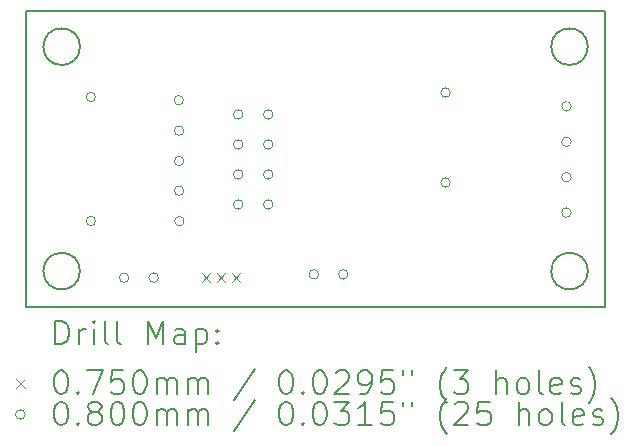
<source format=gbr>
%TF.GenerationSoftware,KiCad,Pcbnew,6.0.11-2627ca5db0~126~ubuntu20.04.1*%
%TF.CreationDate,2024-03-17T04:55:27-05:00*%
%TF.ProjectId,WaterFlowCounter,57617465-7246-46c6-9f77-436f756e7465,rev?*%
%TF.SameCoordinates,Original*%
%TF.FileFunction,Drillmap*%
%TF.FilePolarity,Positive*%
%FSLAX45Y45*%
G04 Gerber Fmt 4.5, Leading zero omitted, Abs format (unit mm)*
G04 Created by KiCad (PCBNEW 6.0.11-2627ca5db0~126~ubuntu20.04.1) date 2024-03-17 04:55:27*
%MOMM*%
%LPD*%
G01*
G04 APERTURE LIST*
%ADD10C,0.200000*%
%ADD11C,0.075000*%
%ADD12C,0.080000*%
G04 APERTURE END LIST*
D10*
X17255000Y-10300000D02*
G75*
G03*
X17255000Y-10300000I-155000J0D01*
G01*
X12500000Y-10000000D02*
X17400000Y-10000000D01*
X17400000Y-10000000D02*
X17400000Y-12500000D01*
X17400000Y-12500000D02*
X12500000Y-12500000D01*
X12500000Y-12500000D02*
X12500000Y-10000000D01*
X12955000Y-12200000D02*
G75*
G03*
X12955000Y-12200000I-155000J0D01*
G01*
X17255000Y-12200000D02*
G75*
G03*
X17255000Y-12200000I-155000J0D01*
G01*
X12955000Y-10300000D02*
G75*
G03*
X12955000Y-10300000I-155000J0D01*
G01*
D11*
X13984740Y-12217260D02*
X14059740Y-12292260D01*
X14059740Y-12217260D02*
X13984740Y-12292260D01*
X14111740Y-12217260D02*
X14186740Y-12292260D01*
X14186740Y-12217260D02*
X14111740Y-12292260D01*
X14238740Y-12217260D02*
X14313740Y-12292260D01*
X14313740Y-12217260D02*
X14238740Y-12292260D01*
D12*
X13087260Y-10726160D02*
G75*
G03*
X13087260Y-10726160I-40000J0D01*
G01*
X13087260Y-11776160D02*
G75*
G03*
X13087260Y-11776160I-40000J0D01*
G01*
X13368860Y-12255520D02*
G75*
G03*
X13368860Y-12255520I-40000J0D01*
G01*
X13618860Y-12255520D02*
G75*
G03*
X13618860Y-12255520I-40000J0D01*
G01*
X13831920Y-10752280D02*
G75*
G03*
X13831920Y-10752280I-40000J0D01*
G01*
X13834460Y-11011360D02*
G75*
G03*
X13834460Y-11011360I-40000J0D01*
G01*
X13834460Y-11268160D02*
G75*
G03*
X13834460Y-11268160I-40000J0D01*
G01*
X13834460Y-11519360D02*
G75*
G03*
X13834460Y-11519360I-40000J0D01*
G01*
X13837260Y-11776160D02*
G75*
G03*
X13837260Y-11776160I-40000J0D01*
G01*
X14335140Y-10873760D02*
G75*
G03*
X14335140Y-10873760I-40000J0D01*
G01*
X14335140Y-11127760D02*
G75*
G03*
X14335140Y-11127760I-40000J0D01*
G01*
X14335140Y-11381760D02*
G75*
G03*
X14335140Y-11381760I-40000J0D01*
G01*
X14335140Y-11635760D02*
G75*
G03*
X14335140Y-11635760I-40000J0D01*
G01*
X14589140Y-10873760D02*
G75*
G03*
X14589140Y-10873760I-40000J0D01*
G01*
X14589140Y-11127760D02*
G75*
G03*
X14589140Y-11127760I-40000J0D01*
G01*
X14589140Y-11381760D02*
G75*
G03*
X14589140Y-11381760I-40000J0D01*
G01*
X14589140Y-11635760D02*
G75*
G03*
X14589140Y-11635760I-40000J0D01*
G01*
X14974680Y-12227580D02*
G75*
G03*
X14974680Y-12227580I-40000J0D01*
G01*
X15224680Y-12227580D02*
G75*
G03*
X15224680Y-12227580I-40000J0D01*
G01*
X16090280Y-10688340D02*
G75*
G03*
X16090280Y-10688340I-40000J0D01*
G01*
X16090280Y-11450340D02*
G75*
G03*
X16090280Y-11450340I-40000J0D01*
G01*
X17113740Y-10804830D02*
G75*
G03*
X17113740Y-10804830I-40000J0D01*
G01*
X17113740Y-11104830D02*
G75*
G03*
X17113740Y-11104830I-40000J0D01*
G01*
X17113740Y-11404830D02*
G75*
G03*
X17113740Y-11404830I-40000J0D01*
G01*
X17113740Y-11704830D02*
G75*
G03*
X17113740Y-11704830I-40000J0D01*
G01*
D10*
X12747619Y-12820476D02*
X12747619Y-12620476D01*
X12795238Y-12620476D01*
X12823809Y-12630000D01*
X12842857Y-12649048D01*
X12852381Y-12668095D01*
X12861905Y-12706190D01*
X12861905Y-12734762D01*
X12852381Y-12772857D01*
X12842857Y-12791905D01*
X12823809Y-12810952D01*
X12795238Y-12820476D01*
X12747619Y-12820476D01*
X12947619Y-12820476D02*
X12947619Y-12687143D01*
X12947619Y-12725238D02*
X12957143Y-12706190D01*
X12966667Y-12696667D01*
X12985714Y-12687143D01*
X13004762Y-12687143D01*
X13071428Y-12820476D02*
X13071428Y-12687143D01*
X13071428Y-12620476D02*
X13061905Y-12630000D01*
X13071428Y-12639524D01*
X13080952Y-12630000D01*
X13071428Y-12620476D01*
X13071428Y-12639524D01*
X13195238Y-12820476D02*
X13176190Y-12810952D01*
X13166667Y-12791905D01*
X13166667Y-12620476D01*
X13300000Y-12820476D02*
X13280952Y-12810952D01*
X13271428Y-12791905D01*
X13271428Y-12620476D01*
X13528571Y-12820476D02*
X13528571Y-12620476D01*
X13595238Y-12763333D01*
X13661905Y-12620476D01*
X13661905Y-12820476D01*
X13842857Y-12820476D02*
X13842857Y-12715714D01*
X13833333Y-12696667D01*
X13814286Y-12687143D01*
X13776190Y-12687143D01*
X13757143Y-12696667D01*
X13842857Y-12810952D02*
X13823809Y-12820476D01*
X13776190Y-12820476D01*
X13757143Y-12810952D01*
X13747619Y-12791905D01*
X13747619Y-12772857D01*
X13757143Y-12753809D01*
X13776190Y-12744286D01*
X13823809Y-12744286D01*
X13842857Y-12734762D01*
X13938095Y-12687143D02*
X13938095Y-12887143D01*
X13938095Y-12696667D02*
X13957143Y-12687143D01*
X13995238Y-12687143D01*
X14014286Y-12696667D01*
X14023809Y-12706190D01*
X14033333Y-12725238D01*
X14033333Y-12782381D01*
X14023809Y-12801428D01*
X14014286Y-12810952D01*
X13995238Y-12820476D01*
X13957143Y-12820476D01*
X13938095Y-12810952D01*
X14119048Y-12801428D02*
X14128571Y-12810952D01*
X14119048Y-12820476D01*
X14109524Y-12810952D01*
X14119048Y-12801428D01*
X14119048Y-12820476D01*
X14119048Y-12696667D02*
X14128571Y-12706190D01*
X14119048Y-12715714D01*
X14109524Y-12706190D01*
X14119048Y-12696667D01*
X14119048Y-12715714D01*
D11*
X12415000Y-13112500D02*
X12490000Y-13187500D01*
X12490000Y-13112500D02*
X12415000Y-13187500D01*
D10*
X12785714Y-13040476D02*
X12804762Y-13040476D01*
X12823809Y-13050000D01*
X12833333Y-13059524D01*
X12842857Y-13078571D01*
X12852381Y-13116667D01*
X12852381Y-13164286D01*
X12842857Y-13202381D01*
X12833333Y-13221428D01*
X12823809Y-13230952D01*
X12804762Y-13240476D01*
X12785714Y-13240476D01*
X12766667Y-13230952D01*
X12757143Y-13221428D01*
X12747619Y-13202381D01*
X12738095Y-13164286D01*
X12738095Y-13116667D01*
X12747619Y-13078571D01*
X12757143Y-13059524D01*
X12766667Y-13050000D01*
X12785714Y-13040476D01*
X12938095Y-13221428D02*
X12947619Y-13230952D01*
X12938095Y-13240476D01*
X12928571Y-13230952D01*
X12938095Y-13221428D01*
X12938095Y-13240476D01*
X13014286Y-13040476D02*
X13147619Y-13040476D01*
X13061905Y-13240476D01*
X13319048Y-13040476D02*
X13223809Y-13040476D01*
X13214286Y-13135714D01*
X13223809Y-13126190D01*
X13242857Y-13116667D01*
X13290476Y-13116667D01*
X13309524Y-13126190D01*
X13319048Y-13135714D01*
X13328571Y-13154762D01*
X13328571Y-13202381D01*
X13319048Y-13221428D01*
X13309524Y-13230952D01*
X13290476Y-13240476D01*
X13242857Y-13240476D01*
X13223809Y-13230952D01*
X13214286Y-13221428D01*
X13452381Y-13040476D02*
X13471428Y-13040476D01*
X13490476Y-13050000D01*
X13500000Y-13059524D01*
X13509524Y-13078571D01*
X13519048Y-13116667D01*
X13519048Y-13164286D01*
X13509524Y-13202381D01*
X13500000Y-13221428D01*
X13490476Y-13230952D01*
X13471428Y-13240476D01*
X13452381Y-13240476D01*
X13433333Y-13230952D01*
X13423809Y-13221428D01*
X13414286Y-13202381D01*
X13404762Y-13164286D01*
X13404762Y-13116667D01*
X13414286Y-13078571D01*
X13423809Y-13059524D01*
X13433333Y-13050000D01*
X13452381Y-13040476D01*
X13604762Y-13240476D02*
X13604762Y-13107143D01*
X13604762Y-13126190D02*
X13614286Y-13116667D01*
X13633333Y-13107143D01*
X13661905Y-13107143D01*
X13680952Y-13116667D01*
X13690476Y-13135714D01*
X13690476Y-13240476D01*
X13690476Y-13135714D02*
X13700000Y-13116667D01*
X13719048Y-13107143D01*
X13747619Y-13107143D01*
X13766667Y-13116667D01*
X13776190Y-13135714D01*
X13776190Y-13240476D01*
X13871428Y-13240476D02*
X13871428Y-13107143D01*
X13871428Y-13126190D02*
X13880952Y-13116667D01*
X13900000Y-13107143D01*
X13928571Y-13107143D01*
X13947619Y-13116667D01*
X13957143Y-13135714D01*
X13957143Y-13240476D01*
X13957143Y-13135714D02*
X13966667Y-13116667D01*
X13985714Y-13107143D01*
X14014286Y-13107143D01*
X14033333Y-13116667D01*
X14042857Y-13135714D01*
X14042857Y-13240476D01*
X14433333Y-13030952D02*
X14261905Y-13288095D01*
X14690476Y-13040476D02*
X14709524Y-13040476D01*
X14728571Y-13050000D01*
X14738095Y-13059524D01*
X14747619Y-13078571D01*
X14757143Y-13116667D01*
X14757143Y-13164286D01*
X14747619Y-13202381D01*
X14738095Y-13221428D01*
X14728571Y-13230952D01*
X14709524Y-13240476D01*
X14690476Y-13240476D01*
X14671428Y-13230952D01*
X14661905Y-13221428D01*
X14652381Y-13202381D01*
X14642857Y-13164286D01*
X14642857Y-13116667D01*
X14652381Y-13078571D01*
X14661905Y-13059524D01*
X14671428Y-13050000D01*
X14690476Y-13040476D01*
X14842857Y-13221428D02*
X14852381Y-13230952D01*
X14842857Y-13240476D01*
X14833333Y-13230952D01*
X14842857Y-13221428D01*
X14842857Y-13240476D01*
X14976190Y-13040476D02*
X14995238Y-13040476D01*
X15014286Y-13050000D01*
X15023809Y-13059524D01*
X15033333Y-13078571D01*
X15042857Y-13116667D01*
X15042857Y-13164286D01*
X15033333Y-13202381D01*
X15023809Y-13221428D01*
X15014286Y-13230952D01*
X14995238Y-13240476D01*
X14976190Y-13240476D01*
X14957143Y-13230952D01*
X14947619Y-13221428D01*
X14938095Y-13202381D01*
X14928571Y-13164286D01*
X14928571Y-13116667D01*
X14938095Y-13078571D01*
X14947619Y-13059524D01*
X14957143Y-13050000D01*
X14976190Y-13040476D01*
X15119048Y-13059524D02*
X15128571Y-13050000D01*
X15147619Y-13040476D01*
X15195238Y-13040476D01*
X15214286Y-13050000D01*
X15223809Y-13059524D01*
X15233333Y-13078571D01*
X15233333Y-13097619D01*
X15223809Y-13126190D01*
X15109524Y-13240476D01*
X15233333Y-13240476D01*
X15328571Y-13240476D02*
X15366667Y-13240476D01*
X15385714Y-13230952D01*
X15395238Y-13221428D01*
X15414286Y-13192857D01*
X15423809Y-13154762D01*
X15423809Y-13078571D01*
X15414286Y-13059524D01*
X15404762Y-13050000D01*
X15385714Y-13040476D01*
X15347619Y-13040476D01*
X15328571Y-13050000D01*
X15319048Y-13059524D01*
X15309524Y-13078571D01*
X15309524Y-13126190D01*
X15319048Y-13145238D01*
X15328571Y-13154762D01*
X15347619Y-13164286D01*
X15385714Y-13164286D01*
X15404762Y-13154762D01*
X15414286Y-13145238D01*
X15423809Y-13126190D01*
X15604762Y-13040476D02*
X15509524Y-13040476D01*
X15500000Y-13135714D01*
X15509524Y-13126190D01*
X15528571Y-13116667D01*
X15576190Y-13116667D01*
X15595238Y-13126190D01*
X15604762Y-13135714D01*
X15614286Y-13154762D01*
X15614286Y-13202381D01*
X15604762Y-13221428D01*
X15595238Y-13230952D01*
X15576190Y-13240476D01*
X15528571Y-13240476D01*
X15509524Y-13230952D01*
X15500000Y-13221428D01*
X15690476Y-13040476D02*
X15690476Y-13078571D01*
X15766667Y-13040476D02*
X15766667Y-13078571D01*
X16061905Y-13316667D02*
X16052381Y-13307143D01*
X16033333Y-13278571D01*
X16023809Y-13259524D01*
X16014286Y-13230952D01*
X16004762Y-13183333D01*
X16004762Y-13145238D01*
X16014286Y-13097619D01*
X16023809Y-13069048D01*
X16033333Y-13050000D01*
X16052381Y-13021428D01*
X16061905Y-13011905D01*
X16119048Y-13040476D02*
X16242857Y-13040476D01*
X16176190Y-13116667D01*
X16204762Y-13116667D01*
X16223809Y-13126190D01*
X16233333Y-13135714D01*
X16242857Y-13154762D01*
X16242857Y-13202381D01*
X16233333Y-13221428D01*
X16223809Y-13230952D01*
X16204762Y-13240476D01*
X16147619Y-13240476D01*
X16128571Y-13230952D01*
X16119048Y-13221428D01*
X16480952Y-13240476D02*
X16480952Y-13040476D01*
X16566667Y-13240476D02*
X16566667Y-13135714D01*
X16557143Y-13116667D01*
X16538095Y-13107143D01*
X16509524Y-13107143D01*
X16490476Y-13116667D01*
X16480952Y-13126190D01*
X16690476Y-13240476D02*
X16671428Y-13230952D01*
X16661905Y-13221428D01*
X16652381Y-13202381D01*
X16652381Y-13145238D01*
X16661905Y-13126190D01*
X16671428Y-13116667D01*
X16690476Y-13107143D01*
X16719048Y-13107143D01*
X16738095Y-13116667D01*
X16747619Y-13126190D01*
X16757143Y-13145238D01*
X16757143Y-13202381D01*
X16747619Y-13221428D01*
X16738095Y-13230952D01*
X16719048Y-13240476D01*
X16690476Y-13240476D01*
X16871429Y-13240476D02*
X16852381Y-13230952D01*
X16842857Y-13211905D01*
X16842857Y-13040476D01*
X17023810Y-13230952D02*
X17004762Y-13240476D01*
X16966667Y-13240476D01*
X16947619Y-13230952D01*
X16938095Y-13211905D01*
X16938095Y-13135714D01*
X16947619Y-13116667D01*
X16966667Y-13107143D01*
X17004762Y-13107143D01*
X17023810Y-13116667D01*
X17033333Y-13135714D01*
X17033333Y-13154762D01*
X16938095Y-13173809D01*
X17109524Y-13230952D02*
X17128571Y-13240476D01*
X17166667Y-13240476D01*
X17185714Y-13230952D01*
X17195238Y-13211905D01*
X17195238Y-13202381D01*
X17185714Y-13183333D01*
X17166667Y-13173809D01*
X17138095Y-13173809D01*
X17119048Y-13164286D01*
X17109524Y-13145238D01*
X17109524Y-13135714D01*
X17119048Y-13116667D01*
X17138095Y-13107143D01*
X17166667Y-13107143D01*
X17185714Y-13116667D01*
X17261905Y-13316667D02*
X17271429Y-13307143D01*
X17290476Y-13278571D01*
X17300000Y-13259524D01*
X17309524Y-13230952D01*
X17319048Y-13183333D01*
X17319048Y-13145238D01*
X17309524Y-13097619D01*
X17300000Y-13069048D01*
X17290476Y-13050000D01*
X17271429Y-13021428D01*
X17261905Y-13011905D01*
D12*
X12490000Y-13414000D02*
G75*
G03*
X12490000Y-13414000I-40000J0D01*
G01*
D10*
X12785714Y-13304476D02*
X12804762Y-13304476D01*
X12823809Y-13314000D01*
X12833333Y-13323524D01*
X12842857Y-13342571D01*
X12852381Y-13380667D01*
X12852381Y-13428286D01*
X12842857Y-13466381D01*
X12833333Y-13485428D01*
X12823809Y-13494952D01*
X12804762Y-13504476D01*
X12785714Y-13504476D01*
X12766667Y-13494952D01*
X12757143Y-13485428D01*
X12747619Y-13466381D01*
X12738095Y-13428286D01*
X12738095Y-13380667D01*
X12747619Y-13342571D01*
X12757143Y-13323524D01*
X12766667Y-13314000D01*
X12785714Y-13304476D01*
X12938095Y-13485428D02*
X12947619Y-13494952D01*
X12938095Y-13504476D01*
X12928571Y-13494952D01*
X12938095Y-13485428D01*
X12938095Y-13504476D01*
X13061905Y-13390190D02*
X13042857Y-13380667D01*
X13033333Y-13371143D01*
X13023809Y-13352095D01*
X13023809Y-13342571D01*
X13033333Y-13323524D01*
X13042857Y-13314000D01*
X13061905Y-13304476D01*
X13100000Y-13304476D01*
X13119048Y-13314000D01*
X13128571Y-13323524D01*
X13138095Y-13342571D01*
X13138095Y-13352095D01*
X13128571Y-13371143D01*
X13119048Y-13380667D01*
X13100000Y-13390190D01*
X13061905Y-13390190D01*
X13042857Y-13399714D01*
X13033333Y-13409238D01*
X13023809Y-13428286D01*
X13023809Y-13466381D01*
X13033333Y-13485428D01*
X13042857Y-13494952D01*
X13061905Y-13504476D01*
X13100000Y-13504476D01*
X13119048Y-13494952D01*
X13128571Y-13485428D01*
X13138095Y-13466381D01*
X13138095Y-13428286D01*
X13128571Y-13409238D01*
X13119048Y-13399714D01*
X13100000Y-13390190D01*
X13261905Y-13304476D02*
X13280952Y-13304476D01*
X13300000Y-13314000D01*
X13309524Y-13323524D01*
X13319048Y-13342571D01*
X13328571Y-13380667D01*
X13328571Y-13428286D01*
X13319048Y-13466381D01*
X13309524Y-13485428D01*
X13300000Y-13494952D01*
X13280952Y-13504476D01*
X13261905Y-13504476D01*
X13242857Y-13494952D01*
X13233333Y-13485428D01*
X13223809Y-13466381D01*
X13214286Y-13428286D01*
X13214286Y-13380667D01*
X13223809Y-13342571D01*
X13233333Y-13323524D01*
X13242857Y-13314000D01*
X13261905Y-13304476D01*
X13452381Y-13304476D02*
X13471428Y-13304476D01*
X13490476Y-13314000D01*
X13500000Y-13323524D01*
X13509524Y-13342571D01*
X13519048Y-13380667D01*
X13519048Y-13428286D01*
X13509524Y-13466381D01*
X13500000Y-13485428D01*
X13490476Y-13494952D01*
X13471428Y-13504476D01*
X13452381Y-13504476D01*
X13433333Y-13494952D01*
X13423809Y-13485428D01*
X13414286Y-13466381D01*
X13404762Y-13428286D01*
X13404762Y-13380667D01*
X13414286Y-13342571D01*
X13423809Y-13323524D01*
X13433333Y-13314000D01*
X13452381Y-13304476D01*
X13604762Y-13504476D02*
X13604762Y-13371143D01*
X13604762Y-13390190D02*
X13614286Y-13380667D01*
X13633333Y-13371143D01*
X13661905Y-13371143D01*
X13680952Y-13380667D01*
X13690476Y-13399714D01*
X13690476Y-13504476D01*
X13690476Y-13399714D02*
X13700000Y-13380667D01*
X13719048Y-13371143D01*
X13747619Y-13371143D01*
X13766667Y-13380667D01*
X13776190Y-13399714D01*
X13776190Y-13504476D01*
X13871428Y-13504476D02*
X13871428Y-13371143D01*
X13871428Y-13390190D02*
X13880952Y-13380667D01*
X13900000Y-13371143D01*
X13928571Y-13371143D01*
X13947619Y-13380667D01*
X13957143Y-13399714D01*
X13957143Y-13504476D01*
X13957143Y-13399714D02*
X13966667Y-13380667D01*
X13985714Y-13371143D01*
X14014286Y-13371143D01*
X14033333Y-13380667D01*
X14042857Y-13399714D01*
X14042857Y-13504476D01*
X14433333Y-13294952D02*
X14261905Y-13552095D01*
X14690476Y-13304476D02*
X14709524Y-13304476D01*
X14728571Y-13314000D01*
X14738095Y-13323524D01*
X14747619Y-13342571D01*
X14757143Y-13380667D01*
X14757143Y-13428286D01*
X14747619Y-13466381D01*
X14738095Y-13485428D01*
X14728571Y-13494952D01*
X14709524Y-13504476D01*
X14690476Y-13504476D01*
X14671428Y-13494952D01*
X14661905Y-13485428D01*
X14652381Y-13466381D01*
X14642857Y-13428286D01*
X14642857Y-13380667D01*
X14652381Y-13342571D01*
X14661905Y-13323524D01*
X14671428Y-13314000D01*
X14690476Y-13304476D01*
X14842857Y-13485428D02*
X14852381Y-13494952D01*
X14842857Y-13504476D01*
X14833333Y-13494952D01*
X14842857Y-13485428D01*
X14842857Y-13504476D01*
X14976190Y-13304476D02*
X14995238Y-13304476D01*
X15014286Y-13314000D01*
X15023809Y-13323524D01*
X15033333Y-13342571D01*
X15042857Y-13380667D01*
X15042857Y-13428286D01*
X15033333Y-13466381D01*
X15023809Y-13485428D01*
X15014286Y-13494952D01*
X14995238Y-13504476D01*
X14976190Y-13504476D01*
X14957143Y-13494952D01*
X14947619Y-13485428D01*
X14938095Y-13466381D01*
X14928571Y-13428286D01*
X14928571Y-13380667D01*
X14938095Y-13342571D01*
X14947619Y-13323524D01*
X14957143Y-13314000D01*
X14976190Y-13304476D01*
X15109524Y-13304476D02*
X15233333Y-13304476D01*
X15166667Y-13380667D01*
X15195238Y-13380667D01*
X15214286Y-13390190D01*
X15223809Y-13399714D01*
X15233333Y-13418762D01*
X15233333Y-13466381D01*
X15223809Y-13485428D01*
X15214286Y-13494952D01*
X15195238Y-13504476D01*
X15138095Y-13504476D01*
X15119048Y-13494952D01*
X15109524Y-13485428D01*
X15423809Y-13504476D02*
X15309524Y-13504476D01*
X15366667Y-13504476D02*
X15366667Y-13304476D01*
X15347619Y-13333048D01*
X15328571Y-13352095D01*
X15309524Y-13361619D01*
X15604762Y-13304476D02*
X15509524Y-13304476D01*
X15500000Y-13399714D01*
X15509524Y-13390190D01*
X15528571Y-13380667D01*
X15576190Y-13380667D01*
X15595238Y-13390190D01*
X15604762Y-13399714D01*
X15614286Y-13418762D01*
X15614286Y-13466381D01*
X15604762Y-13485428D01*
X15595238Y-13494952D01*
X15576190Y-13504476D01*
X15528571Y-13504476D01*
X15509524Y-13494952D01*
X15500000Y-13485428D01*
X15690476Y-13304476D02*
X15690476Y-13342571D01*
X15766667Y-13304476D02*
X15766667Y-13342571D01*
X16061905Y-13580667D02*
X16052381Y-13571143D01*
X16033333Y-13542571D01*
X16023809Y-13523524D01*
X16014286Y-13494952D01*
X16004762Y-13447333D01*
X16004762Y-13409238D01*
X16014286Y-13361619D01*
X16023809Y-13333048D01*
X16033333Y-13314000D01*
X16052381Y-13285428D01*
X16061905Y-13275905D01*
X16128571Y-13323524D02*
X16138095Y-13314000D01*
X16157143Y-13304476D01*
X16204762Y-13304476D01*
X16223809Y-13314000D01*
X16233333Y-13323524D01*
X16242857Y-13342571D01*
X16242857Y-13361619D01*
X16233333Y-13390190D01*
X16119048Y-13504476D01*
X16242857Y-13504476D01*
X16423809Y-13304476D02*
X16328571Y-13304476D01*
X16319048Y-13399714D01*
X16328571Y-13390190D01*
X16347619Y-13380667D01*
X16395238Y-13380667D01*
X16414286Y-13390190D01*
X16423809Y-13399714D01*
X16433333Y-13418762D01*
X16433333Y-13466381D01*
X16423809Y-13485428D01*
X16414286Y-13494952D01*
X16395238Y-13504476D01*
X16347619Y-13504476D01*
X16328571Y-13494952D01*
X16319048Y-13485428D01*
X16671428Y-13504476D02*
X16671428Y-13304476D01*
X16757143Y-13504476D02*
X16757143Y-13399714D01*
X16747619Y-13380667D01*
X16728571Y-13371143D01*
X16700000Y-13371143D01*
X16680952Y-13380667D01*
X16671428Y-13390190D01*
X16880952Y-13504476D02*
X16861905Y-13494952D01*
X16852381Y-13485428D01*
X16842857Y-13466381D01*
X16842857Y-13409238D01*
X16852381Y-13390190D01*
X16861905Y-13380667D01*
X16880952Y-13371143D01*
X16909524Y-13371143D01*
X16928571Y-13380667D01*
X16938095Y-13390190D01*
X16947619Y-13409238D01*
X16947619Y-13466381D01*
X16938095Y-13485428D01*
X16928571Y-13494952D01*
X16909524Y-13504476D01*
X16880952Y-13504476D01*
X17061905Y-13504476D02*
X17042857Y-13494952D01*
X17033333Y-13475905D01*
X17033333Y-13304476D01*
X17214286Y-13494952D02*
X17195238Y-13504476D01*
X17157143Y-13504476D01*
X17138095Y-13494952D01*
X17128571Y-13475905D01*
X17128571Y-13399714D01*
X17138095Y-13380667D01*
X17157143Y-13371143D01*
X17195238Y-13371143D01*
X17214286Y-13380667D01*
X17223810Y-13399714D01*
X17223810Y-13418762D01*
X17128571Y-13437809D01*
X17300000Y-13494952D02*
X17319048Y-13504476D01*
X17357143Y-13504476D01*
X17376190Y-13494952D01*
X17385714Y-13475905D01*
X17385714Y-13466381D01*
X17376190Y-13447333D01*
X17357143Y-13437809D01*
X17328571Y-13437809D01*
X17309524Y-13428286D01*
X17300000Y-13409238D01*
X17300000Y-13399714D01*
X17309524Y-13380667D01*
X17328571Y-13371143D01*
X17357143Y-13371143D01*
X17376190Y-13380667D01*
X17452381Y-13580667D02*
X17461905Y-13571143D01*
X17480952Y-13542571D01*
X17490476Y-13523524D01*
X17500000Y-13494952D01*
X17509524Y-13447333D01*
X17509524Y-13409238D01*
X17500000Y-13361619D01*
X17490476Y-13333048D01*
X17480952Y-13314000D01*
X17461905Y-13285428D01*
X17452381Y-13275905D01*
M02*

</source>
